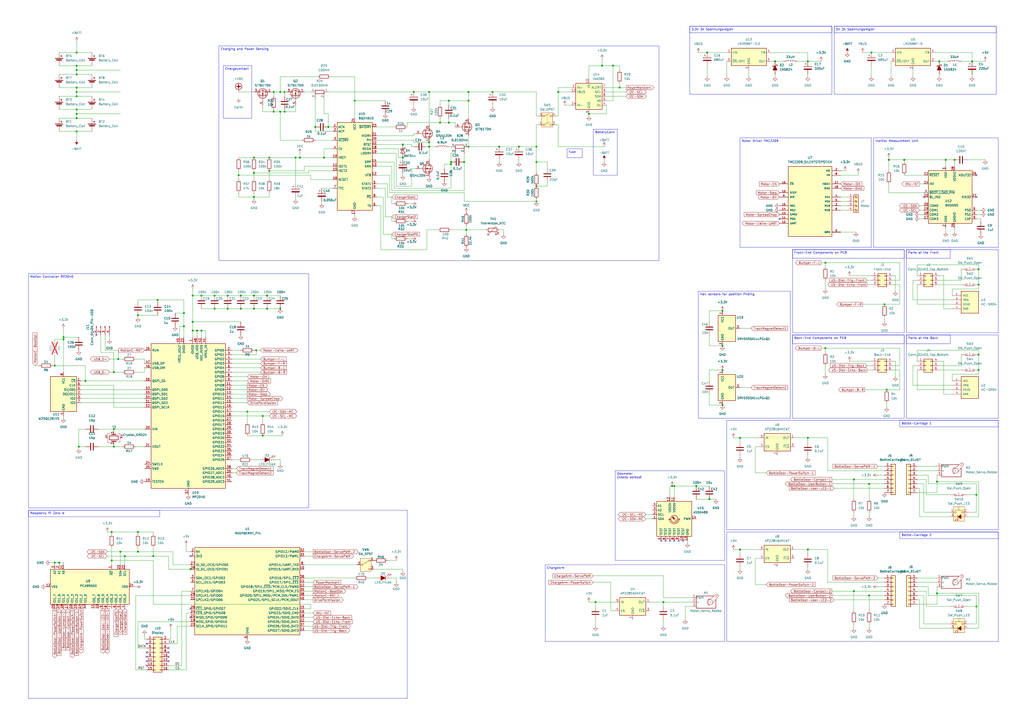
<source format=kicad_sch>
(kicad_sch
	(version 20231120)
	(generator "eeschema")
	(generator_version "8.0")
	(uuid "10e9ed1f-81fe-4a04-a219-cef72219a4ee")
	(paper "A2")
	
	(junction
		(at 429.26 318.77)
		(diameter 0)
		(color 0 0 0 0)
		(uuid "03268f60-248c-430f-9a48-def6cb6c976e")
	)
	(junction
		(at 148.59 203.2)
		(diameter 0)
		(color 0 0 0 0)
		(uuid "04234bed-4ba9-40ef-ac16-7d8ec800186b")
	)
	(junction
		(at 410.21 30.48)
		(diameter 0)
		(color 0 0 0 0)
		(uuid "06870aa4-4c9b-477d-9f05-4ca4de8f6a4d")
	)
	(junction
		(at 147.32 91.44)
		(diameter 0)
		(color 0 0 0 0)
		(uuid "078e93f4-ef9b-4a26-8fc8-7cb6440c9d83")
	)
	(junction
		(at 44.45 50.8)
		(diameter 0)
		(color 0 0 0 0)
		(uuid "083aae67-81c3-4ec2-bf4a-336ec22f72e9")
	)
	(junction
		(at 567.69 156.21)
		(diameter 0)
		(color 0 0 0 0)
		(uuid "0a9bdb1e-9b3a-41f4-835f-eeec191ae320")
	)
	(junction
		(at 205.74 58.42)
		(diameter 0)
		(color 0 0 0 0)
		(uuid "0fa84823-55a1-466b-9cc3-bd54f6acb385")
	)
	(junction
		(at 514.35 226.06)
		(diameter 0)
		(color 0 0 0 0)
		(uuid "1164d9f6-d69f-4765-bfe4-5ec41bb5ffc7")
	)
	(junction
		(at 270.51 133.35)
		(diameter 0)
		(color 0 0 0 0)
		(uuid "1591bc0a-595e-4743-a95b-031ef01c08e6")
	)
	(junction
		(at 248.92 53.34)
		(diameter 0)
		(color 0 0 0 0)
		(uuid "1679ec30-b595-4bc8-847c-00c67a55e84a")
	)
	(junction
		(at 411.48 289.56)
		(diameter 0)
		(color 0 0 0 0)
		(uuid "1b8fa2c7-fa8e-4998-809b-20561d475fbb")
	)
	(junction
		(at 389.89 281.94)
		(diameter 0)
		(color 0 0 0 0)
		(uuid "1d2d508c-e08b-4225-b0ac-1b0f49c14c3f")
	)
	(junction
		(at 36.83 195.58)
		(diameter 0)
		(color 0 0 0 0)
		(uuid "21be0d6d-08dd-4c6b-8dde-b3409b7daccd")
	)
	(junction
		(at 91.44 173.99)
		(diameter 0)
		(color 0 0 0 0)
		(uuid "22a4d2dd-f848-4193-8541-955420f6e17d")
	)
	(junction
		(at 44.45 68.58)
		(diameter 0)
		(color 0 0 0 0)
		(uuid "2421b6f1-9351-4b09-9d81-3293799c07ca")
	)
	(junction
		(at 543.56 279.4)
		(diameter 0)
		(color 0 0 0 0)
		(uuid "25fc08dd-dbcb-4986-8d99-a9d615e74609")
	)
	(junction
		(at 44.45 30.48)
		(diameter 0)
		(color 0 0 0 0)
		(uuid "265fbd34-c236-4afc-b472-ab5f7b1865f2")
	)
	(junction
		(at 64.77 325.12)
		(diameter 0)
		(color 0 0 0 0)
		(uuid "277e0764-7927-4216-849d-6bc3b8e09a44")
	)
	(junction
		(at 139.7 179.07)
		(diameter 0)
		(color 0 0 0 0)
		(uuid "29426718-41a1-4fab-a69c-de55200420f5")
	)
	(junction
		(at 44.45 43.18)
		(diameter 0)
		(color 0 0 0 0)
		(uuid "29b5096b-a417-4d8d-8959-38c8fd1009d5")
	)
	(junction
		(at 173.99 91.44)
		(diameter 0)
		(color 0 0 0 0)
		(uuid "2b369410-99bd-4582-9d81-3d76128a213a")
	)
	(junction
		(at 80.01 182.88)
		(diameter 0)
		(color 0 0 0 0)
		(uuid "2d0abeda-aac0-4388-a19d-3bc6f581aa05")
	)
	(junction
		(at 44.45 76.2)
		(diameter 0)
		(color 0 0 0 0)
		(uuid "2d1447b9-e1f8-416e-9e68-2f3a93be7887")
	)
	(junction
		(at 116.84 191.77)
		(diameter 0)
		(color 0 0 0 0)
		(uuid "2e7fad9a-09d7-4161-afc3-42855f89e07f")
	)
	(junction
		(at 187.96 91.44)
		(diameter 0)
		(color 0 0 0 0)
		(uuid "2fb5237e-5a20-44ce-8f36-963c438a2351")
	)
	(junction
		(at 147.32 179.07)
		(diameter 0)
		(color 0 0 0 0)
		(uuid "2fdf82e2-3891-4bd7-be3f-e7514a4bef5c")
	)
	(junction
		(at 311.15 85.09)
		(diameter 0)
		(color 0 0 0 0)
		(uuid "311f4d38-041f-4193-974d-1c83fbb67e88")
	)
	(junction
		(at 248.92 85.09)
		(diameter 0)
		(color 0 0 0 0)
		(uuid "35ac3a86-2b3b-4a03-adb1-0a5eb95a4bba")
	)
	(junction
		(at 124.46 179.07)
		(diameter 0)
		(color 0 0 0 0)
		(uuid "39a70374-4daf-4db7-bf38-bf4c46ca5dc6")
	)
	(junction
		(at 124.46 171.45)
		(diameter 0)
		(color 0 0 0 0)
		(uuid "3c018187-1d9c-4d03-8c02-29d04cab6f36")
	)
	(junction
		(at 88.9 322.58)
		(diameter 0)
		(color 0 0 0 0)
		(uuid "3ee83e4e-3370-4ed8-bcc6-114de62898d7")
	)
	(junction
		(at 349.25 38.1)
		(diameter 0)
		(color 0 0 0 0)
		(uuid "3eea0a00-3e9a-4c07-bf8c-cd1e7c4edf62")
	)
	(junction
		(at 147.32 100.33)
		(diameter 0)
		(color 0 0 0 0)
		(uuid "41cacee7-f5a4-4feb-90d3-5b89c79d1be2")
	)
	(junction
		(at 147.32 171.45)
		(diameter 0)
		(color 0 0 0 0)
		(uuid "451af065-1b1a-4969-88c6-18b12c3eaf4b")
	)
	(junction
		(at 513.08 176.53)
		(diameter 0)
		(color 0 0 0 0)
		(uuid "46e71d5b-0486-4156-82c5-6cd1b8ff00c5")
	)
	(junction
		(at 116.84 171.45)
		(diameter 0)
		(color 0 0 0 0)
		(uuid "470f61d3-5f15-44b3-9be8-d7ad98c6cb59")
	)
	(junction
		(at 419.1 234.95)
		(diameter 0)
		(color 0 0 0 0)
		(uuid "48971dba-eda7-491c-8cff-cff1d10cc4ba")
	)
	(junction
		(at 355.6 38.1)
		(diameter 0)
		(color 0 0 0 0)
		(uuid "4a08adb7-ea48-4326-a6c2-0515fd040642")
	)
	(junction
		(at 311.15 107.95)
		(diameter 0)
		(color 0 0 0 0)
		(uuid "4c87b946-ba01-4b69-b1a9-9e7e6044b062")
	)
	(junction
		(at 31.75 212.09)
		(diameter 0)
		(color 0 0 0 0)
		(uuid "4f324c9b-e82a-4655-af45-70ad70b76b07")
	)
	(junction
		(at 165.1 64.77)
		(diameter 0)
		(color 0 0 0 0)
		(uuid "4f5c7b81-43d6-4512-a1ff-f2767706b81b")
	)
	(junction
		(at 80.01 308.61)
		(diameter 0)
		(color 0 0 0 0)
		(uuid "4fafc432-26d7-4c70-844e-cbe5d393e13c")
	)
	(junction
		(at 68.58 208.28)
		(diameter 0)
		(color 0 0 0 0)
		(uuid "515f183c-9db6-4e5c-a04a-45e2e5b7cfce")
	)
	(junction
		(at 260.35 71.12)
		(diameter 0)
		(color 0 0 0 0)
		(uuid "51a07f6d-fef6-4ded-b7b5-940b5c2502f1")
	)
	(junction
		(at 563.88 35.56)
		(diameter 0)
		(color 0 0 0 0)
		(uuid "55e24700-a976-46b6-9a5e-322947c19269")
	)
	(junction
		(at 261.62 95.25)
		(diameter 0)
		(color 0 0 0 0)
		(uuid "5648a747-6913-4918-8ca5-acc9f5883311")
	)
	(junction
		(at 504.19 345.44)
		(diameter 0)
		(color 0 0 0 0)
		(uuid "57161dd7-66d7-4a82-9a79-eaa5c269842f")
	)
	(junction
		(at 419.1 214.63)
		(diameter 0)
		(color 0 0 0 0)
		(uuid "58941ba0-49a2-4b85-9a74-91b8353490af")
	)
	(junction
		(at 248.92 82.55)
		(diameter 0)
		(color 0 0 0 0)
		(uuid "594a1fa7-7f41-4e93-aa45-4e1c30e0c436")
	)
	(junction
		(at 567.69 214.63)
		(diameter 0)
		(color 0 0 0 0)
		(uuid "594cf67e-7a44-4414-8f11-a3da63be89bc")
	)
	(junction
		(at 255.27 71.12)
		(diameter 0)
		(color 0 0 0 0)
		(uuid "5cb3f681-a5b8-4722-b634-c4ebdba652ce")
	)
	(junction
		(at 548.64 92.71)
		(diameter 0)
		(color 0 0 0 0)
		(uuid "5eef07a4-476c-4d20-ab85-4e2f6966be7d")
	)
	(junction
		(at 419.1 180.34)
		(diameter 0)
		(color 0 0 0 0)
		(uuid "6897ca32-27ac-491f-81b3-db9981cbe5a5")
	)
	(junction
		(at 567.69 205.74)
		(diameter 0)
		(color 0 0 0 0)
		(uuid "6a3dc16e-cbd1-4799-aa60-2efd10351d35")
	)
	(junction
		(at 261.62 93.98)
		(diameter 0)
		(color 0 0 0 0)
		(uuid "6bda25a7-d433-4177-8a8c-e3ecc441d877")
	)
	(junction
		(at 111.76 191.77)
		(diameter 0)
		(color 0 0 0 0)
		(uuid "6d65149c-99e1-48b1-afd4-3fc0a4e61402")
	)
	(junction
		(at 311.15 93.98)
		(diameter 0)
		(color 0 0 0 0)
		(uuid "6ef56cb4-6ee0-4075-bb1b-a819c1239ddb")
	)
	(junction
		(at 44.45 66.04)
		(diameter 0)
		(color 0 0 0 0)
		(uuid "6f780dc5-431b-4107-8aa6-7a7b80f485db")
	)
	(junction
		(at 80.01 320.04)
		(diameter 0)
		(color 0 0 0 0)
		(uuid "7008afad-ebe6-4b0c-994b-1ffb34cb38c0")
	)
	(junction
		(at 495.3 278.13)
		(diameter 0)
		(color 0 0 0 0)
		(uuid "75888cbd-2c9c-44cc-a124-d721d5a43a54")
	)
	(junction
		(at 66.04 259.08)
		(diameter 0)
		(color 0 0 0 0)
		(uuid "75b73604-a04b-4e5e-8f2b-d7112a354c76")
	)
	(junction
		(at 152.4 252.73)
		(diameter 0)
		(color 0 0 0 0)
		(uuid "75ef01e9-385c-4ea7-9683-cb33dac2e24c")
	)
	(junction
		(at 156.21 99.06)
		(diameter 0)
		(color 0 0 0 0)
		(uuid "7a6f0ed7-48cc-489f-9f10-fea7b8900c2e")
	)
	(junction
		(at 44.45 40.64)
		(diameter 0)
		(color 0 0 0 0)
		(uuid "7b5e014f-6d02-49ab-956c-429ce09c3d2b")
	)
	(junction
		(at 566.42 351.79)
		(diameter 0)
		(color 0 0 0 0)
		(uuid "7cb410a2-cd21-4a99-a0fc-9cfba2c05cfa")
	)
	(junction
		(at 154.94 171.45)
		(diameter 0)
		(color 0 0 0 0)
		(uuid "7dc31fcc-7a3f-43f9-9177-cd22c32ac711")
	)
	(junction
		(at 543.56 344.17)
		(diameter 0)
		(color 0 0 0 0)
		(uuid "80f79bba-cc7f-4b8e-9517-8f247a51f6a4")
	)
	(junction
		(at 311.15 116.84)
		(diameter 0)
		(color 0 0 0 0)
		(uuid "821cd109-e758-4a14-9a36-4eccd116b2e8")
	)
	(junction
		(at 158.75 64.77)
		(diameter 0)
		(color 0 0 0 0)
		(uuid "82b92c49-401a-4913-858f-7e3f2f46ddcf")
	)
	(junction
		(at 111.76 186.69)
		(diameter 0)
		(color 0 0 0 0)
		(uuid "84d0a7d8-7dd4-4f12-bcc9-40014992f2ac")
	)
	(junction
		(at 504.19 280.67)
		(diameter 0)
		(color 0 0 0 0)
		(uuid "8521d5a2-40ba-4a5d-a5c4-2e6ef9471c28")
	)
	(junction
		(at 240.03 53.34)
		(diameter 0)
		(color 0 0 0 0)
		(uuid "85aefa31-e41f-4715-9986-793490d285ff")
	)
	(junction
		(at 44.45 53.34)
		(diameter 0)
		(color 0 0 0 0)
		(uuid "87f4a9f5-047d-4055-84ef-ce082379ddb6")
	)
	(junction
		(at 162.56 64.77)
		(diameter 0)
		(color 0 0 0 0)
		(uuid "882212e7-c879-43a9-94f4-d1d58d5f9db1")
	)
	(junction
		(at 478.79 201.93)
		(diameter 0)
		(color 0 0 0 0)
		(uuid "88a18d9a-46e4-498d-9d39-2906a2038335")
	)
	(junction
		(at 419.1 200.66)
		(diameter 0)
		(color 0 0 0 0)
		(uuid "8949e0e3-3200-4f92-ba6a-fc8d6b9cfd36")
	)
	(junction
		(at 271.78 85.09)
		(diameter 0)
		(color 0 0 0 0)
		(uuid "8a7f6c4c-38fa-47ce-ae35-629d17876516")
	)
	(junction
		(at 111.76 171.45)
		(diameter 0)
		(color 0 0 0 0)
		(uuid "8c8781ed-ac6a-4428-9845-847cdc5f6708")
	)
	(junction
		(at 271.78 53.34)
		(diameter 0)
		(color 0 0 0 0)
		(uuid "8e4272b3-cc34-461e-ac6a-bc00f9b86312")
	)
	(junction
		(at 271.78 58.42)
		(diameter 0)
		(color 0 0 0 0)
		(uuid "8f6c5fa1-1431-4ada-bf5f-e2d89623533d")
	)
	(junction
		(at 132.08 179.07)
		(diameter 0)
		(color 0 0 0 0)
		(uuid "90d555f8-82ed-4e5b-9fde-9f2563ca9a84")
	)
	(junction
		(at 345.44 349.25)
		(diameter 0)
		(color 0 0 0 0)
		(uuid "9339e47f-85f5-408a-b36c-b27fd8430462")
	)
	(junction
		(at 190.5 73.66)
		(diameter 0)
		(color 0 0 0 0)
		(uuid "93f07516-6868-4305-aacb-0ba200e0c11d")
	)
	(junction
		(at 162.56 179.07)
		(diameter 0)
		(color 0 0 0 0)
		(uuid "9471eeb1-2a59-42c9-9805-be6e33dda6f7")
	)
	(junction
		(at 495.3 342.9)
		(diameter 0)
		(color 0 0 0 0)
		(uuid "95c38d03-b4bc-4d18-b7ec-e184e5f2b0d1")
	)
	(junction
		(at 158.75 53.34)
		(diameter 0)
		(color 0 0 0 0)
		(uuid "96aa31a1-4e10-459b-997d-dbaa4ad37b35")
	)
	(junction
		(at 515.62 92.71)
		(diameter 0)
		(color 0 0 0 0)
		(uuid "99315baa-d1fc-4dc4-bcfc-637bd899f1ef")
	)
	(junction
		(at 544.83 35.56)
		(diameter 0)
		(color 0 0 0 0)
		(uuid "99af6a2b-938f-4a05-a868-2edc7d4b2aed")
	)
	(junction
		(at 72.39 322.58)
		(diameter 0)
		(color 0 0 0 0)
		(uuid "9a382fe7-2567-41bd-b706-8a429acfe147")
	)
	(junction
		(at 154.94 179.07)
		(diameter 0)
		(color 0 0 0 0)
		(uuid "9c8a7697-ebc2-4d23-9b1c-948f5bccfdc2")
	)
	(junction
		(at 49.53 220.98)
		(diameter 0)
		(color 0 0 0 0)
		(uuid "9e9c8458-49a2-4c4a-9aa4-a77a98a09679")
	)
	(junction
		(at 391.16 281.94)
		(diameter 0)
		(color 0 0 0 0)
		(uuid "9f75e55c-6b64-43ca-a3d6-8f8cc0d4d803")
	)
	(junction
		(at 44.45 55.88)
		(diameter 0)
		(color 0 0 0 0)
		(uuid "a042a7b2-81e2-4dbc-9fc4-79a7c6613bb5")
	)
	(junction
		(at 106.68 189.23)
		(diameter 0)
		(color 0 0 0 0)
		(uuid "a0da04da-7b55-4416-b220-aaaa0dffdfe3")
	)
	(junction
		(at 143.51 238.76)
		(diameter 0)
		(color 0 0 0 0)
		(uuid "a174328b-591f-4f4e-acd9-d1960c5a1d5e")
	)
	(junction
		(at 45.72 259.08)
		(diameter 0)
		(color 0 0 0 0)
		(uuid "a3540f26-1336-4e81-a8eb-434080559b46")
	)
	(junction
		(at 110.49 330.2)
		(diameter 0)
		(color 0 0 0 0)
		(uuid "a8b3ec47-a9a9-4ba1-b749-6c31898f83b9")
	)
	(junction
		(at 114.3 191.77)
		(diameter 0)
		(color 0 0 0 0)
		(uuid "a9ae8d97-5143-4d48-8437-3701e9202cc1")
	)
	(junction
		(at 171.45 91.44)
		(diameter 0)
		(color 0 0 0 0)
		(uuid "b5f21407-4b80-434f-ba8b-2953c30b04b1")
	)
	(junction
		(at 566.42 287.02)
		(diameter 0)
		(color 0 0 0 0)
		(uuid "b783d9c8-d090-495a-83a1-e580f2c25178")
	)
	(junction
		(at 468.63 318.77)
		(diameter 0)
		(color 0 0 0 0)
		(uuid "bbc22500-7889-4288-be0d-cfd80288ac5c")
	)
	(junction
		(at 384.81 349.25)
		(diameter 0)
		(color 0 0 0 0)
		(uuid "bc4e959e-e2ad-4122-b784-10f1fe12ed65")
	)
	(junction
		(at 147.32 114.3)
		(diameter 0)
		(color 0 0 0 0)
		(uuid "c0be65a4-b948-4986-9442-3575c41d013b")
	)
	(junction
		(at 64.77 308.61)
		(diameter 0)
		(color 0 0 0 0)
		(uuid "c5a02223-bddc-4462-98b4-b63f3acdf809")
	)
	(junction
		(at 449.58 35.56)
		(diameter 0)
		(color 0 0 0 0)
		(uuid "c799042d-ae88-43cc-a271-0df941a8f484")
	)
	(junction
		(at 269.24 93.98)
		(diameter 0)
		(color 0 0 0 0)
		(uuid "c7d05e29-29a0-49a9-a586-8d5da62223fe")
	)
	(junction
		(at 553.72 92.71)
		(diameter 0)
		(color 0 0 0 0)
		(uuid "c85e723b-7570-4cf5-84ad-b61532129048")
	)
	(junction
		(at 289.56 85.09)
		(diameter 0)
		(color 0 0 0 0)
		(uuid "c98230bc-9741-4d2b-b0c6-8db53ea0f657")
	)
	(junction
		(at 69.85 320.04)
		(diameter 0)
		(color 0 0 0 0)
		(uuid "c9829d1e-e068-4d7b-979c-0567ec83b092")
	)
	(junction
		(at 156.21 91.44)
		(diameter 0)
		(color 0 0 0 0)
		(uuid "c9b95984-e325-4229-95f0-72e6effc4e99")
	)
	(junction
		(at 300.99 85.09)
		(diameter 0)
		(color 0 0 0 0)
		(uuid "cb05a25a-166f-42f3-90e5-a4460cb0206d")
	)
	(junction
		(at 66.04 248.92)
		(diameter 0)
		(color 0 0 0 0)
		(uuid "cde65cd6-c066-46d8-a2f4-f11966f8d9bc")
	)
	(junction
		(at 233.68 83.82)
		(diameter 0)
		(color 0 0 0 0)
		(uuid "ce7a012a-b7ac-4733-9453-7513c5eadd71")
	)
	(junction
		(at 36.83 196.85)
		(diameter 0)
		(color 0 0 0 0)
		(uuid "cf515f11-e932-4ebb-a615-a2f4c79f2c55")
	)
	(junction
		(at 341.63 66.04)
		(diameter 0)
		(color 0 0 0 0)
		(uuid "d11ba81a-bdac-481a-9bd9-cd8d713f0ecf")
	)
	(junction
		(at 44.45 38.1)
		(diameter 0)
		(color 0 0 0 0)
		(uuid "d460fc4e-116b-461c-9aad-963e945b1fdb")
	)
	(junction
		(at 182.88 73.66)
		(diameter 0)
		(color 0 0 0 0)
		(uuid "d7218f09-481c-4dfb-8660-d32c7d548973")
	)
	(junction
		(at 31.75 326.39)
		(diameter 0)
		(color 0 0 0 0)
		(uuid "d7cc7e0e-4b77-4814-a0d4-6785824da040")
	)
	(junction
		(at 403.86 281.94)
		(diameter 0)
		(color 0 0 0 0)
		(uuid "db7b671f-52e1-4b28-8b64-2de38bc73d4f")
	)
	(junction
		(at 152.4 241.3)
		(diameter 0)
		(color 0 0 0 0)
		(uuid "dc242737-9d3c-4090-9829-a23ee9040928")
	)
	(junction
		(at 478.79 152.4)
		(diameter 0)
		(color 0 0 0 0)
		(uuid "dc30a080-afb7-48a1-9348-3fa78b8193e0")
	)
	(junction
		(at 66.04 215.9)
		(diameter 0)
		(color 0 0 0 0)
		(uuid "decbe553-a3bd-4fc0-9f73-f7e590a6e953")
	)
	(junction
		(at 139.7 171.45)
		(diameter 0)
		(color 0 0 0 0)
		(uuid "e1775e11-9fe6-4463-8146-18d8ced08735")
	)
	(junction
		(at 106.68 181.61)
		(diameter 0)
		(color 0 0 0 0)
		(uuid "e18add9c-c3d0-41a9-8ecf-c6c33a8a8953")
	)
	(junction
		(at 162.56 53.34)
		(diameter 0)
		(color 0 0 0 0)
		(uuid "e638f2a4-5e9e-4671-badd-88fbc55318f6")
	)
	(junction
		(at 429.26 254)
		(diameter 0)
		(color 0 0 0 0)
		(uuid "e643f0fc-a1a1-4012-a5b0-69948705cd8f")
	)
	(junction
		(at 165.1 53.34)
		(diameter 0)
		(color 0 0 0 0)
		(uuid "e996c373-c3aa-4ac5-9496-1773721cfd1c")
	)
	(junction
		(at 132.08 171.45)
		(diameter 0)
		(color 0 0 0 0)
		(uuid "ebd25529-48dc-4d3c-995a-0a53a2b21d6f")
	)
	(junction
		(at 285.75 53.34)
		(diameter 0)
		(color 0 0 0 0)
		(uuid "ed079d0b-fea7-481b-852a-0b16d86be289")
	)
	(junction
		(at 359.41 50.8)
		(diameter 0)
		(color 0 0 0 0)
		(uuid "ee21e3f5-e352-4a84-93cf-62e554bde62b")
	)
	(junction
		(at 260.35 58.42)
		(diameter 0)
		(color 0 0 0 0)
		(uuid "ee485631-1076-491b-ae9c-d926dec44c36")
	)
	(junction
		(at 323.85 53.34)
		(diameter 0)
		(color 0 0 0 0)
		(uuid "eec98f71-cafb-4731-a4ef-ebdea913f8f8")
	)
	(junction
		(at 468.63 254)
		(diameter 0)
		(color 0 0 0 0)
		(uuid "efd94e32-e0ba-4970-b1bf-8fd3aa6a1536")
	)
	(junction
		(at 524.51 92.71)
		(diameter 0)
		(color 0 0 0 0)
		(uuid "f1ea72bd-ddab-4c9c-bc3e-94b9ac135f23")
	)
	(junction
		(at 34.29 326.39)
		(diameter 0)
		(color 0 0 0 0)
		(uuid "f2ce2bf7-3045-45bb-b7fc-f2ad386e880f")
	)
	(junction
		(at 138.43 101.6)
		(diameter 0)
		(color 0 0 0 0)
		(uuid "f7c9a31e-a985-4a15-ba63-951e53625b76")
	)
	(junction
		(at 233.68 91.44)
		(diameter 0)
		(color 0 0 0 0)
		(uuid "f7fb99b1-7b2a-472f-90af-0ba450949010")
	)
	(junction
		(at 567.69 165.1)
		(diameter 0)
		(color 0 0 0 0)
		(uuid "f809335f-7b79-4149-8b15-3c5482826fa5")
	)
	(junction
		(at 505.46 30.48)
		(diameter 0)
		(color 0 0 0 0)
		(uuid "f91e5096-4f67-48ae-a66f-f4215968b35a")
	)
	(junction
		(at 44.45 63.5)
		(diameter 0)
		(color 0 0 0 0)
		(uuid "fe282bc1-f285-4dcb-aaf1-eb1ddb5ceb2f")
	)
	(junction
		(at 468.63 35.56)
		(diameter 0)
		(color 0 0 0 0)
		(uuid "fedb9ee5-9f24-4d12-a2db-5fd24ffa6199")
	)
	(no_connect
		(at 97.79 381)
		(uuid "021001d3-54bb-43af-96f6-b26e9c659e18")
	)
	(no_connect
		(at 452.12 127)
		(uuid "0260e9ab-8e3e-4bc2-9dbe-5591cc0b01ef")
	)
	(no_connect
		(at 393.7 313.69)
		(uuid "0aa3e324-e029-4e75-a35d-32bbcc9a147b")
	)
	(no_connect
		(at 535.94 114.3)
		(uuid "0dbbdef1-cd64-4ae0-a69d-69f0c468be48")
	)
	(no_connect
		(at 85.09 378.46)
		(uuid "26a83691-8bca-4558-b04c-8dc3d911c369")
	)
	(no_connect
		(at 566.42 101.6)
		(uuid "384be073-ba93-4b1b-904d-552e784c8b00")
	)
	(no_connect
		(at 110.49 322.58)
		(uuid "47a92e0d-52a0-4f2c-8d09-ee9bd39c40b1")
	)
	(no_connect
		(at 97.79 375.92)
		(uuid "4b40c3af-bf17-4bab-9bb5-2510a50a4ec9")
	)
	(no_connect
		(at 396.24 313.69)
		(uuid "5a46784a-dd16-4e27-8b4d-1d363770a20f")
	)
	(no_connect
		(at 97.79 378.46)
		(uuid "6257e041-cd99-4a49-8a76-f3ff86946193")
	)
	(no_connect
		(at 391.16 313.69)
		(uuid "76f314ef-0d7b-44b6-aab5-f5f230adbd7e")
	)
	(no_connect
		(at 85.09 373.38)
		(uuid "7bd2e65b-56d9-420c-a018-2a5d5a02554e")
	)
	(no_connect
		(at 110.49 358.14)
		(uuid "9a125ab6-104d-4f14-b891-62a62e1dabbe")
	)
	(no_connect
		(at 85.09 381)
		(uuid "9b2289bf-8143-4131-9381-e619526b00f4")
	)
	(no_connect
		(at 386.08 313.69)
		(uuid "a9eb4a0c-15fe-49cf-b559-eed295bbc624")
	)
	(no_connect
		(at 85.09 383.54)
		(uuid "bfb6b1e8-8245-4b92-add5-709ad45e5f85")
	)
	(no_connect
		(at 55.88 194.31)
		(uuid "c2ad0957-19e7-43e7-a01b-6131327d59c9")
	)
	(no_connect
		(at 388.62 313.69)
		(uuid "c3df7663-15a5-4e50-b4fd-21a303b85af3")
	)
	(no_connect
		(at 383.54 313.69)
		(uuid "c7b5a869-6317-49bc-8d06-4f3c522bd3e5")
	)
	(no_connect
		(at 566.42 114.3)
		(uuid "dbf644f0-5284-44a5-8de9-ca76d961beec")
	)
	(no_connect
		(at 110.49 353.06)
		(uuid "e345bbe3-e995-4b6e-ae48-7e9601f776ae")
	)
	(no_connect
		(at 85.09 386.08)
		(uuid "e587497b-cd6b-4b10-b992-efd6ef61afce")
	)
	(no_connect
		(at 97.79 383.54)
		(uuid "fb97d1e7-9674-45c1-9941-25e8c7381056")
	)
	(wire
		(pts
			(xy 66.04 259.08) (xy 66.04 257.81)
		)
		(stroke
			(width 0)
			(type default)
		)
		(uuid "001dffd7-7641-4fd9-a9d3-c65c327bb6e0")
	)
	(wire
		(pts
			(xy 567.69 203.2) (xy 532.13 203.2)
		)
		(stroke
			(width 0)
			(type default)
		)
		(uuid "010455f5-cb6a-4251-87f5-60e736b25ecb")
	)
	(wire
		(pts
			(xy 248.92 85.09) (xy 252.73 85.09)
		)
		(stroke
			(width 0)
			(type default)
		)
		(uuid "01544584-5bf4-4092-b24e-068aaa0fc62f")
	)
	(wire
		(pts
			(xy 62.23 320.04) (xy 69.85 320.04)
		)
		(stroke
			(width 0)
			(type default)
		)
		(uuid "020e7bd2-975d-483f-8535-d66b8332c03a")
	)
	(wire
		(pts
			(xy 181.61 322.58) (xy 176.53 322.58)
		)
		(stroke
			(width 0)
			(type default)
		)
		(uuid "021dd310-9842-412f-b9a6-439ebfee9b07")
	)
	(wire
		(pts
			(xy 60.96 203.2) (xy 60.96 194.31)
		)
		(stroke
			(width 0)
			(type default)
		)
		(uuid "024b73a8-241a-41ac-8ba5-fb036987d738")
	)
	(wire
		(pts
			(xy 521.97 214.63) (xy 518.16 214.63)
		)
		(stroke
			(width 0)
			(type default)
		)
		(uuid "02694717-9285-40e8-852d-4a4b6d6acde5")
	)
	(wire
		(pts
			(xy 500.38 176.53) (
... [485029 chars truncated]
</source>
